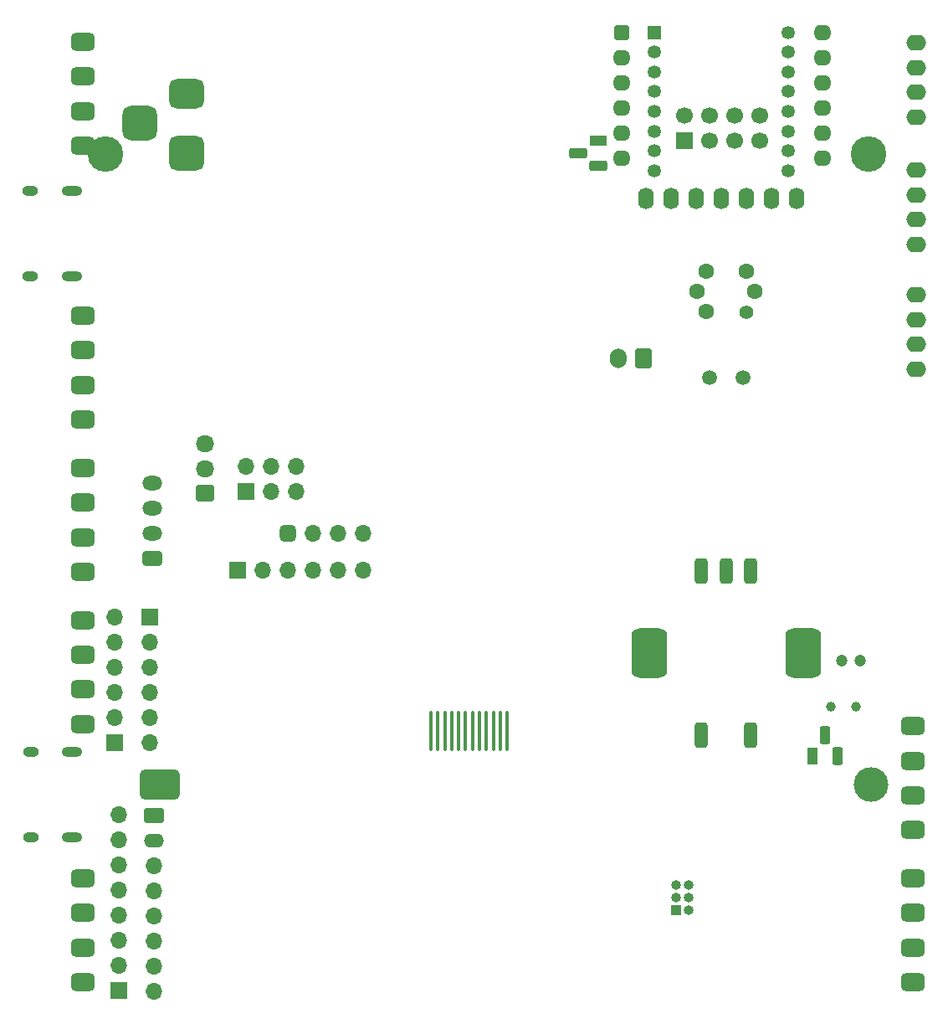
<source format=gbr>
%TF.GenerationSoftware,KiCad,Pcbnew,9.0.3*%
%TF.CreationDate,2025-08-15T14:55:13+02:00*%
%TF.ProjectId,labathome_pcb,6c616261-7468-46f6-9d65-5f7063622e6b,rev?*%
%TF.SameCoordinates,Original*%
%TF.FileFunction,Soldermask,Top*%
%TF.FilePolarity,Negative*%
%FSLAX46Y46*%
G04 Gerber Fmt 4.6, Leading zero omitted, Abs format (unit mm)*
G04 Created by KiCad (PCBNEW 9.0.3) date 2025-08-15 14:55:13*
%MOMM*%
%LPD*%
G01*
G04 APERTURE LIST*
G04 Aperture macros list*
%AMRoundRect*
0 Rectangle with rounded corners*
0 $1 Rounding radius*
0 $2 $3 $4 $5 $6 $7 $8 $9 X,Y pos of 4 corners*
0 Add a 4 corners polygon primitive as box body*
4,1,4,$2,$3,$4,$5,$6,$7,$8,$9,$2,$3,0*
0 Add four circle primitives for the rounded corners*
1,1,$1+$1,$2,$3*
1,1,$1+$1,$4,$5*
1,1,$1+$1,$6,$7*
1,1,$1+$1,$8,$9*
0 Add four rect primitives between the rounded corners*
20,1,$1+$1,$2,$3,$4,$5,0*
20,1,$1+$1,$4,$5,$6,$7,0*
20,1,$1+$1,$6,$7,$8,$9,0*
20,1,$1+$1,$8,$9,$2,$3,0*%
%AMHorizOval*
0 Thick line with rounded ends*
0 $1 width*
0 $2 $3 position (X,Y) of the first rounded end (center of the circle)*
0 $4 $5 position (X,Y) of the second rounded end (center of the circle)*
0 Add line between two ends*
20,1,$1,$2,$3,$4,$5,0*
0 Add two circle primitives to create the rounded ends*
1,1,$1,$2,$3*
1,1,$1,$4,$5*%
G04 Aperture macros list end*
%ADD10R,1.700000X1.700000*%
%ADD11O,1.700000X1.700000*%
%ADD12O,2.000000X1.600000*%
%ADD13RoundRect,0.750000X-1.000000X0.750000X-1.000000X-0.750000X1.000000X-0.750000X1.000000X0.750000X0*%
%ADD14RoundRect,0.750000X-1.000000X1.000000X-1.000000X-1.000000X1.000000X-1.000000X1.000000X1.000000X0*%
%ADD15RoundRect,0.875000X-0.875000X0.875000X-0.875000X-0.875000X0.875000X-0.875000X0.875000X0.875000X0*%
%ADD16RoundRect,0.450000X-0.750000X0.450000X-0.750000X-0.450000X0.750000X-0.450000X0.750000X0.450000X0*%
%ADD17C,1.500000*%
%ADD18R,1.100000X1.800000*%
%ADD19RoundRect,0.275000X-0.275000X-0.625000X0.275000X-0.625000X0.275000X0.625000X-0.275000X0.625000X0*%
%ADD20RoundRect,0.450000X0.750000X-0.450000X0.750000X0.450000X-0.750000X0.450000X-0.750000X-0.450000X0*%
%ADD21RoundRect,0.400000X-0.400000X-0.400000X0.400000X-0.400000X0.400000X0.400000X-0.400000X0.400000X0*%
%ADD22O,1.800000X1.600000*%
%ADD23RoundRect,0.208333X-0.791667X-0.541667X0.791667X-0.541667X0.791667X0.541667X-0.791667X0.541667X0*%
%ADD24O,2.000000X1.400000*%
%ADD25RoundRect,0.258929X0.741071X0.466071X-0.741071X0.466071X-0.741071X-0.466071X0.741071X-0.466071X0*%
%ADD26O,2.000000X1.450000*%
%ADD27O,1.600000X2.200000*%
%ADD28RoundRect,0.087500X0.087500X1.912500X-0.087500X1.912500X-0.087500X-1.912500X0.087500X-1.912500X0*%
%ADD29C,1.700000*%
%ADD30R,1.350000X1.350000*%
%ADD31C,1.350000*%
%ADD32C,1.200000*%
%ADD33RoundRect,0.325000X0.325000X0.975000X-0.325000X0.975000X-0.325000X-0.975000X0.325000X-0.975000X0*%
%ADD34RoundRect,0.750000X1.050000X1.750000X-1.050000X1.750000X-1.050000X-1.750000X1.050000X-1.750000X0*%
%ADD35RoundRect,0.250000X0.675000X-0.600000X0.675000X0.600000X-0.675000X0.600000X-0.675000X-0.600000X0*%
%ADD36O,1.850000X1.700000*%
%ADD37RoundRect,0.500000X0.350000X-0.350000X0.350000X0.350000X-0.350000X0.350000X-0.350000X-0.350000X0*%
%ADD38HorizOval,1.400000X0.000000X0.000000X0.000000X0.000000X0*%
%ADD39C,1.600000*%
%ADD40C,3.600000*%
%ADD41C,1.000000*%
%ADD42O,1.600000X1.000000*%
%ADD43O,2.100000X1.000000*%
%ADD44R,1.000000X1.000000*%
%ADD45O,1.000000X1.000000*%
%ADD46RoundRect,0.250000X0.600000X0.750000X-0.600000X0.750000X-0.600000X-0.750000X0.600000X-0.750000X0*%
%ADD47O,1.700000X2.000000*%
%ADD48RoundRect,0.428571X-1.571429X-1.071429X1.571429X-1.071429X1.571429X1.071429X-1.571429X1.071429X0*%
%ADD49C,3.500000*%
%ADD50R,1.800000X1.100000*%
%ADD51RoundRect,0.275000X-0.625000X0.275000X-0.625000X-0.275000X0.625000X-0.275000X0.625000X0.275000X0*%
G04 APERTURE END LIST*
D10*
%TO.C,J12*%
X111600000Y-148380000D03*
D11*
X111600000Y-145840000D03*
X111600000Y-143300000D03*
X111600000Y-140760000D03*
X111600000Y-138220000D03*
X111600000Y-135680000D03*
X111600000Y-133140000D03*
X111600000Y-130600000D03*
%TD*%
D10*
%TO.C,J10*%
X114800000Y-110600000D03*
D11*
X114800000Y-113140000D03*
X114800000Y-115680000D03*
X114800000Y-118220000D03*
X114800000Y-120760000D03*
X114800000Y-123300000D03*
%TD*%
D12*
%TO.C,J30*%
X192300000Y-72950000D03*
X192300000Y-70450000D03*
X192300000Y-67950000D03*
X192300000Y-65450000D03*
%TD*%
D13*
%TO.C,J9*%
X118457500Y-57700000D03*
D14*
X118457500Y-63700000D03*
D15*
X113757500Y-60700000D03*
%TD*%
D16*
%TO.C,J27*%
X108005000Y-110950000D03*
X108005000Y-114450000D03*
X108005000Y-117950000D03*
X108005000Y-121450000D03*
%TD*%
D17*
%TO.C,R32*%
X174800000Y-86400000D03*
X171400000Y-86400000D03*
%TD*%
D18*
%TO.C,U13*%
X181850000Y-124650000D03*
D19*
X183120000Y-122580000D03*
X184390000Y-124650000D03*
%TD*%
D20*
%TO.C,J15*%
X192000000Y-147550000D03*
X192000000Y-144050000D03*
X192000000Y-140550000D03*
X192000000Y-137050000D03*
%TD*%
D10*
%TO.C,J26*%
X124520000Y-97940000D03*
D11*
X124520000Y-95400000D03*
X127060000Y-97940000D03*
X127060000Y-95400000D03*
X129600000Y-97940000D03*
X129600000Y-95400000D03*
%TD*%
D16*
%TO.C,J2*%
X108005000Y-137050000D03*
X108005000Y-140550000D03*
X108005000Y-144050000D03*
X108005000Y-147550000D03*
%TD*%
%TO.C,J1*%
X108005000Y-95550000D03*
X108005000Y-99050000D03*
X108005000Y-102550000D03*
X108005000Y-106050000D03*
%TD*%
D21*
%TO.C,M1*%
X162540000Y-51500000D03*
D22*
X162540000Y-54040000D03*
X162540000Y-56580000D03*
X162540000Y-59120000D03*
X162540000Y-61660000D03*
X162540000Y-64200000D03*
X182860000Y-64200000D03*
X182860000Y-61660000D03*
X182860000Y-59120000D03*
X182860000Y-56580000D03*
X182860000Y-54040000D03*
X182860000Y-51500000D03*
%TD*%
D12*
%TO.C,J24*%
X192300000Y-60050000D03*
X192300000Y-57550000D03*
X192300000Y-55050000D03*
X192300000Y-52550000D03*
%TD*%
D10*
%TO.C,J19*%
X111200000Y-123300000D03*
D11*
X111200000Y-120760000D03*
X111200000Y-118220000D03*
X111200000Y-115680000D03*
X111200000Y-113140000D03*
X111200000Y-110600000D03*
%TD*%
D23*
%TO.C,J20*%
X115200000Y-130680000D03*
D24*
X115200000Y-133220000D03*
D11*
X115200000Y-135760000D03*
X115200000Y-138300000D03*
X115200000Y-140840000D03*
X115200000Y-143380000D03*
X115200000Y-145920000D03*
X115200000Y-148460000D03*
%TD*%
D25*
%TO.C,J4*%
X115000000Y-104700000D03*
D26*
X115000000Y-102160000D03*
X115000000Y-99620000D03*
X115000000Y-97080000D03*
%TD*%
D27*
%TO.C,X3*%
X164950000Y-68300000D03*
X167490000Y-68300000D03*
X170030000Y-68300000D03*
X172570000Y-68300000D03*
X175110000Y-68300000D03*
X177650000Y-68300000D03*
X180190000Y-68300000D03*
%TD*%
D16*
%TO.C,J22*%
X108005000Y-52450000D03*
X108005000Y-55950000D03*
X108005000Y-59450000D03*
X108005000Y-62950000D03*
%TD*%
D28*
%TO.C,X2*%
X143230000Y-122110000D03*
X143930000Y-122110000D03*
X144630000Y-122110000D03*
X145330000Y-122110000D03*
X146030000Y-122110000D03*
X146730000Y-122110000D03*
X147430000Y-122110000D03*
X148130000Y-122110000D03*
X148830000Y-122110000D03*
X149530000Y-122110000D03*
X150230000Y-122110000D03*
X150930000Y-122110000D03*
%TD*%
D10*
%TO.C,U15*%
X168875000Y-62489500D03*
D29*
X168875000Y-59949500D03*
X171415000Y-62489500D03*
X171415000Y-59949500D03*
X173955000Y-62489500D03*
X173955000Y-59949500D03*
X176495000Y-62489500D03*
X176495000Y-59949500D03*
%TD*%
D30*
%TO.C,U6*%
X165792500Y-51492500D03*
D31*
X165792500Y-53492500D03*
X165792500Y-55492500D03*
X165792500Y-57492500D03*
X165792500Y-59492500D03*
X165792500Y-61492500D03*
X165792500Y-63492500D03*
X165792500Y-65492500D03*
X179392500Y-65492500D03*
X179392500Y-63492500D03*
X179392500Y-61492500D03*
X179392500Y-59492500D03*
X179392500Y-57492500D03*
X179392500Y-55492500D03*
X179392500Y-53492500D03*
X179392500Y-51492500D03*
%TD*%
D12*
%TO.C,J31*%
X192300000Y-85550000D03*
X192300000Y-83050000D03*
X192300000Y-80550000D03*
X192300000Y-78050000D03*
%TD*%
D32*
%TO.C,MK1*%
X186650000Y-115000000D03*
X184750000Y-115000000D03*
%TD*%
D33*
%TO.C,SW6*%
X175600000Y-105961000D03*
X170600000Y-105961000D03*
X173100000Y-105961000D03*
D34*
X180900000Y-114261000D03*
X165300000Y-114261000D03*
D33*
X175600000Y-122561000D03*
X170600000Y-122561000D03*
%TD*%
D10*
%TO.C,J23*%
X123700000Y-105900000D03*
D11*
X126240000Y-105900000D03*
X128780000Y-105900000D03*
X131320000Y-105900000D03*
X133860000Y-105900000D03*
X136400000Y-105900000D03*
%TD*%
D35*
%TO.C,J18*%
X120400000Y-98100000D03*
D36*
X120400000Y-95600000D03*
X120400000Y-93100000D03*
%TD*%
D37*
%TO.C,J8*%
X128700000Y-102200000D03*
D11*
X131240000Y-102200000D03*
X133780000Y-102200000D03*
X136320000Y-102200000D03*
%TD*%
D20*
%TO.C,J21*%
X192000000Y-132150000D03*
X192000000Y-128650000D03*
X192000000Y-125150000D03*
X192000000Y-121650000D03*
%TD*%
D38*
%TO.C,U22*%
X175165869Y-79767990D03*
D39*
X176023080Y-77698500D03*
X175167990Y-75634131D03*
X171034131Y-75632010D03*
X170176920Y-77701500D03*
X171032010Y-79765869D03*
%TD*%
D16*
%TO.C,J28*%
X108005000Y-80150000D03*
X108005000Y-83650000D03*
X108005000Y-87150000D03*
X108005000Y-90650000D03*
%TD*%
D40*
%TO.C,R33*%
X110300000Y-63800000D03*
X187500000Y-63800000D03*
%TD*%
D41*
%TO.C,TP6*%
X183655000Y-119685000D03*
%TD*%
D42*
%TO.C,J13*%
X102700000Y-76170000D03*
D43*
X106880000Y-76170000D03*
D42*
X102700000Y-67530000D03*
D43*
X106880000Y-67530000D03*
%TD*%
D44*
%TO.C,J6*%
X168065000Y-140270000D03*
D45*
X169335000Y-140270000D03*
X168065000Y-139000000D03*
X169335000Y-139000000D03*
X168065000Y-137730000D03*
X169335000Y-137730000D03*
%TD*%
D46*
%TO.C,J7*%
X164700000Y-84450000D03*
D47*
X162200000Y-84450000D03*
%TD*%
D48*
%TO.C,BT1*%
X115745000Y-127600000D03*
D49*
X187745000Y-127600000D03*
%TD*%
D50*
%TO.C,U17*%
X160170000Y-62480000D03*
D51*
X158100000Y-63750000D03*
X160170000Y-65020000D03*
%TD*%
D42*
%TO.C,J5*%
X102742500Y-132920000D03*
D43*
X106922500Y-132920000D03*
D42*
X102742500Y-124280000D03*
D43*
X106922500Y-124280000D03*
%TD*%
D41*
%TO.C,TP1*%
X186195000Y-119685000D03*
%TD*%
M02*

</source>
